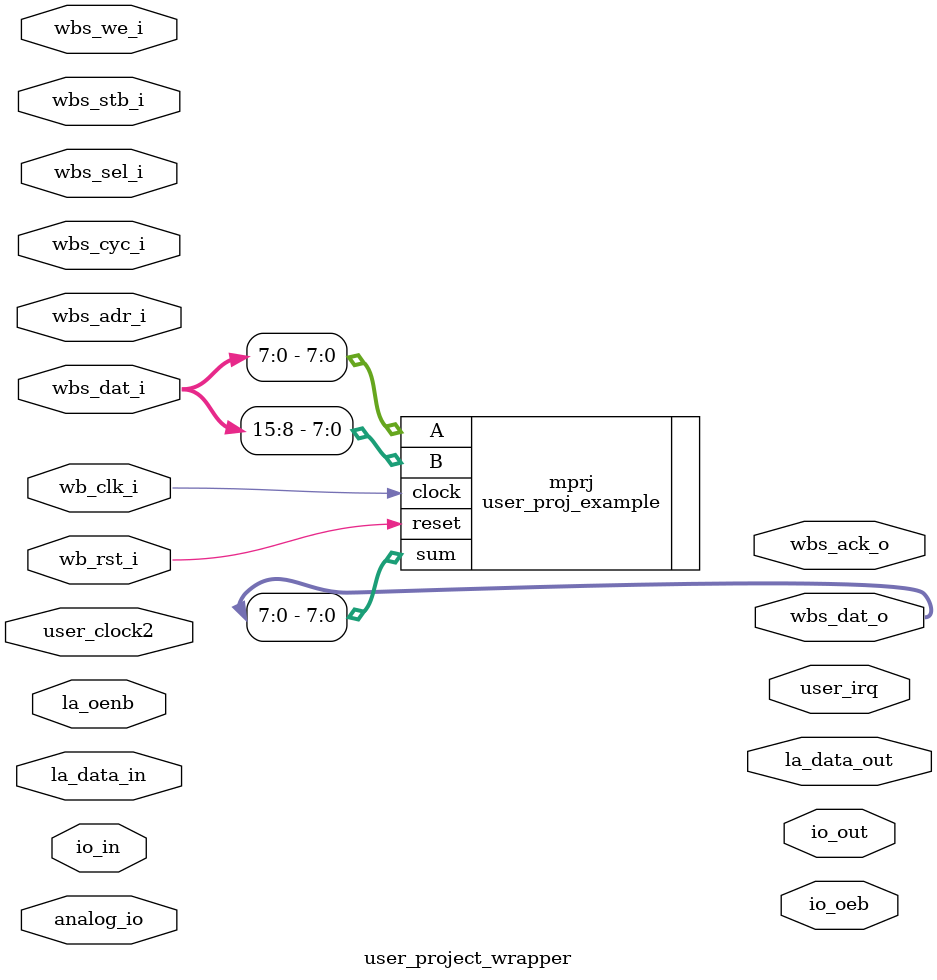
<source format=v>
module user_project_wrapper (user_clock2,
    wb_clk_i,
    wb_rst_i,
    wbs_ack_o,
    wbs_cyc_i,
    wbs_stb_i,
    wbs_we_i,
    analog_io,
    io_in,
    io_oeb,
    io_out,
    la_data_in,
    la_data_out,
    la_oenb,
    user_irq,
    wbs_adr_i,
    wbs_dat_i,
    wbs_dat_o,
    wbs_sel_i);
 input user_clock2;
 input wb_clk_i;
 input wb_rst_i;
 output wbs_ack_o;
 input wbs_cyc_i;
 input wbs_stb_i;
 input wbs_we_i;
 inout [28:0] analog_io;
 input [37:0] io_in;
 output [37:0] io_oeb;
 output [37:0] io_out;
 input [127:0] la_data_in;
 output [127:0] la_data_out;
 input [127:0] la_oenb;
 output [2:0] user_irq;
 input [31:0] wbs_adr_i;
 input [31:0] wbs_dat_i;
 output [31:0] wbs_dat_o;
 input [3:0] wbs_sel_i;


 user_proj_example mprj (.clock(wb_clk_i),
    .reset(wb_rst_i),
    .A({wbs_dat_i[7],
    wbs_dat_i[6],
    wbs_dat_i[5],
    wbs_dat_i[4],
    wbs_dat_i[3],
    wbs_dat_i[2],
    wbs_dat_i[1],
    wbs_dat_i[0]}),
    .B({wbs_dat_i[15],
    wbs_dat_i[14],
    wbs_dat_i[13],
    wbs_dat_i[12],
    wbs_dat_i[11],
    wbs_dat_i[10],
    wbs_dat_i[9],
    wbs_dat_i[8]}),
    .sum({wbs_dat_o[7],
    wbs_dat_o[6],
    wbs_dat_o[5],
    wbs_dat_o[4],
    wbs_dat_o[3],
    wbs_dat_o[2],
    wbs_dat_o[1],
    wbs_dat_o[0]}));
endmodule


</source>
